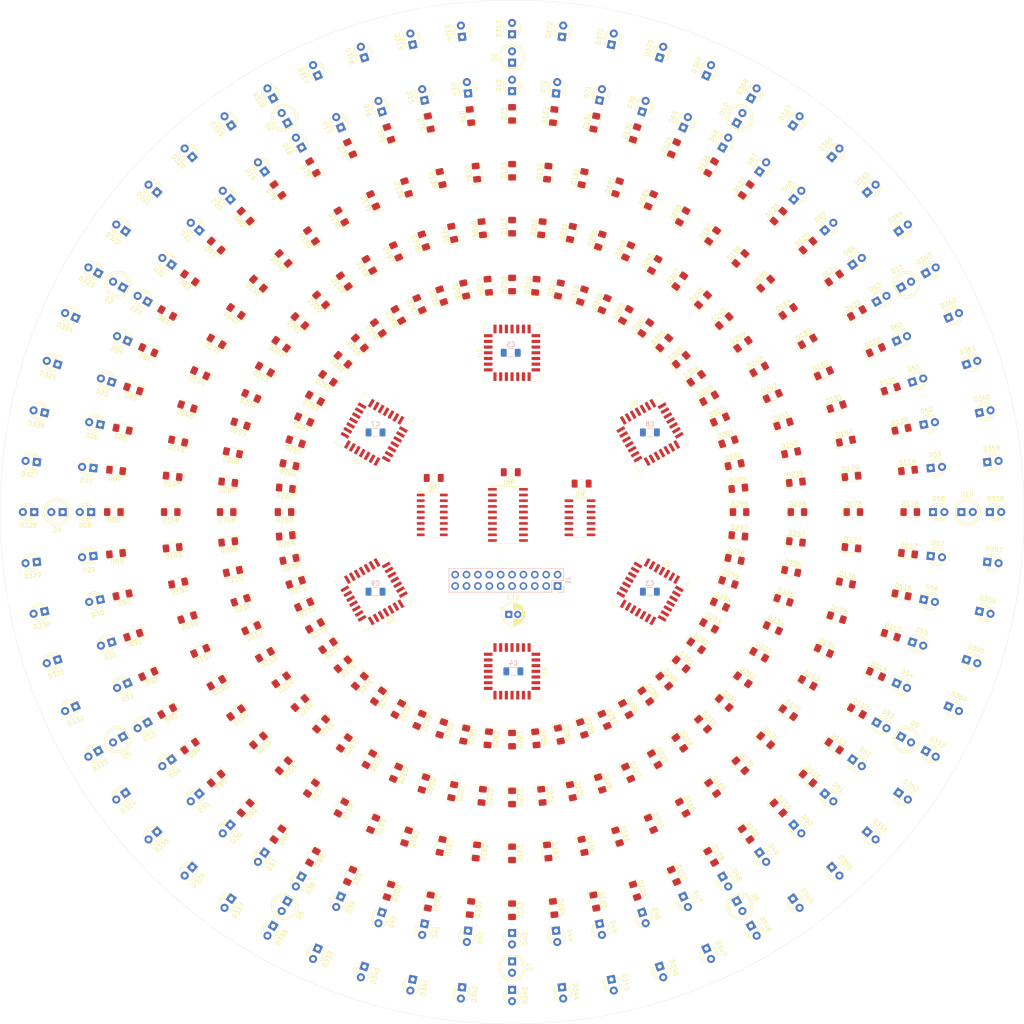
<source format=kicad_pcb>
(kicad_pcb (version 20241229) (generator "pcbnew") (generator_version "9.0")
  (layers (0 "F.Cu" signal) (4 "In1.Cu" signal) (6 "In2.Cu" signal) (2 "B.Cu" signal) (13 "F.Paste" user) (15 "B.Paste" user) (5 "F.SilkS" user "F.Silkscreen") (7 "B.SilkS" user "B.Silkscreen") (1 "F.Mask" user) (3 "B.Mask" user) (25 "Edge.Cuts" user))
  (net 0 "")
  (net 1 "Net-(J1-Pin_6)")
  (net 2 "GND")
  (net 3 "Net-(J1-Pin_14)")
  (net 4 "Net-(J1-Pin_9)")
  (net 5 "Net-(J1-Pin_16)")
  (net 6 "Net-(J1-Pin_7)")
  (net 7 "Net-(J1-Pin_8)")
  (net 8 "/A0")
  (net 9 "Net-(J1-Pin_12)")
  (net 10 "Net-(J1-Pin_15)")
  (net 11 "Net-(J1-Pin_13)")
  (net 12 "/~{WR}")
  (net 13 "/A2")
  (net 14 "/R5_X0")
  (net 15 "/R5_Y0")
  (net 16 "/R5_X1")
  (net 17 "/R5_X2")
  (net 18 "/R5_X3")
  (net 19 "/R5_X4")
  (net 20 "/R5_X5")
  (net 21 "/R5_X6")
  (net 22 "/R5_X7")
  (net 23 "/R5_Y1")
  (net 24 "/R5_Y2")
  (net 25 "/R5_Y3")
  (net 26 "/R5_Y4")
  (net 27 "/R5_Y5")
  (net 28 "/R5_Y6")
  (net 29 "/R5_Y7")
  (net 30 "/R4_Y0")
  (net 31 "/R4_X0")
  (net 32 "/R4_X1")
  (net 33 "/R4_X2")
  (net 34 "/R4_X3")
  (net 35 "/R4_X4")
  (net 36 "/R4_X5")
  (net 37 "/R4_X6")
  (net 38 "/R4_X7")
  (net 39 "/R4_Y1")
  (net 40 "/R4_Y2")
  (net 41 "/R4_Y3")
  (net 42 "/R4_Y4")
  (net 43 "/R4_Y5")
  (net 44 "/R4_Y6")
  (net 45 "/R4_Y7")
  (net 46 "/R3_Y0")
  (net 47 "/R3_X0")
  (net 48 "/R3_X1")
  (net 49 "/R3_X2")
  (net 50 "/R3_X3")
  (net 51 "/R3_X4")
  (net 52 "/R3_X5")
  (net 53 "/R3_X6")
  (net 54 "/R3_X7")
  (net 55 "/R3_Y1")
  (net 56 "/R3_Y2")
  (net 57 "/R3_Y3")
  (net 58 "/R3_Y4")
  (net 59 "/R3_Y5")
  (net 60 "/R3_Y6")
  (net 61 "/R3_Y7")
  (net 62 "/R2_X0")
  (net 63 "/R2_Y0")
  (net 64 "/R2_X1")
  (net 65 "/R2_X2")
  (net 66 "/R2_X3")
  (net 67 "/R2_X4")
  (net 68 "/R2_X5")
  (net 69 "/R2_X6")
  (net 70 "/R2_X7")
  (net 71 "/R2_Y1")
  (net 72 "/R2_Y2")
  (net 73 "/R2_Y3")
  (net 74 "/R2_Y4")
  (net 75 "/R2_Y5")
  (net 76 "/R2_Y6")
  (net 77 "/R2_Y7")
  (net 78 "/R1_Y0")
  (net 79 "/R1_X0")
  (net 80 "/R1_X1")
  (net 81 "/R1_X2")
  (net 82 "/R1_X3")
  (net 83 "/R1_X4")
  (net 84 "/R1_X5")
  (net 85 "/R1_X6")
  (net 86 "/R1_X7")
  (net 87 "/R1_Y1")
  (net 88 "/R1_Y2")
  (net 89 "/R1_Y3")
  (net 90 "/R1_Y4")
  (net 91 "/R1_Y5")
  (net 92 "/R1_Y6")
  (net 93 "/R1_Y7")
  (net 94 "VCC")
  (net 95 "/A1")
  (net 96 "/D4")
  (net 97 "/D1")
  (net 98 "/D7")
  (net 99 "/MODE")
  (net 100 "/D5")
  (net 101 "/D3")
  (net 102 "/D0")
  (net 103 "/D6")
  (net 104 "/~{RING7}")
  (net 105 "/D2")
  (net 106 "/~{RING5}")
  (net 107 "/~{RING4}")
  (net 108 "/~{RING3}")
  (net 109 "/~{RING2}")
  (net 110 "/~{RING1}")
  (net 113 "/R7_Y0")
  (net 114 "/R7_X0")
  (net 115 "/R7_X1")
  (net 116 "/R7_X2")
  (net 117 "/R7_X3")
  (net 118 "/R7_X4")
  (net 119 "/R7_X5")
  (net 120 "/R7_X6")
  (net 121 "/R7_X7")
  (net 122 "/R7_Y1")
  (net 123 "/R7_Y2")
  (net 124 "/R7_Y3")
  (net 125 "/R7_Y4")
  (net 126 "/R7_Y5")
  (net 127 "/R7_Y6")
  (net 128 "/R7_Y7")
  (footprint "LED_THT:LED_D3.0mm" (layer "F.Cu") (at 234.460459 269.726312 -102)
    (property "Reference" "D41")
    (property "Value" "LED")
  )
  (footprint "LED_SMD:LED_1206_3216Metric_Pad1.42x1.75mm_HandSolder" (layer "F.Cu") (at 222.14125 122.619026 120)
    (property "Reference" "D198")
    (property "Value" "LED")
  )
  (footprint "LED_SMD:LED_1206_3216Metric_Pad1.42x1.75mm_HandSolder" (layer "F.Cu") (at 197.372364 228.787752 -138)
    (property "Reference" "D155")
    (property "Value" "LED")
  )
  (footprint "LED_THT:LED_D3.0mm" (layer "F.Cu") (at 172.610933 130.81 150)
    (property "Reference" "D23")
    (property "Value" "LED")
  )
  (footprint "LED_SMD:LED_1206_3216Metric_Pad1.42x1.75mm_HandSolder" (layer "F.Cu") (at 182.078389 230.054109 -144)
    (property "Reference" "D94")
    (property "Value" "LED")
  )
  (footprint "LED_THT:LED_D3.0mm" (layer "F.Cu") (at 292.22511 263.655002 -66)
    (property "Reference" "D47")
    (property "Value" "LED")
  )
  (footprint "LED_SMD:LED_1206_3216Metric_Pad1.42x1.75mm_HandSolder" (layer "F.Cu") (at 296.635329 225.15133 -48)
    (property "Reference" "D230")
    (property "Value" "LED")
  )
  (footprint "LED_SMD:LED_1206_3216Metric_Pad1.42x1.75mm_HandSolder" (layer "F.Cu") (at 329.782568 185.765069 -6)
    (property "Reference" "D177")
    (property "Value" "LED")
  )
  (footprint "LED_SMD:LED_1206_3216Metric_Pad1.42x1.75mm_HandSolder" (layer "F.Cu") (at 310.627636 228.787752 -42)
    (property "Reference" "D171")
    (property "Value" "LED")
  )
  (footprint "LED_THT:LED_D3.0mm" (layer "F.Cu") (at 330.031417 233.040058 -36)
    (property "Reference" "D52")
    (property "Value" "LED")
  )
  (footprint "LED_SMD:LED_1206_3216Metric_Pad1.42x1.75mm_HandSolder" (layer "F.Cu") (at 220.008165 140.048243 132)
    (property "Reference" "D260")
    (property "Value" "LED")
  )
  (footprint "LED_SMD:LED_1206_3216Metric_Pad1.42x1.75mm_HandSolder" (layer "F.Cu") (at 211.364671 130.44867 132)
    (property "Reference" "D200")
    (property "Value" "LED")
  )
  (footprint "LED_SMD:LED_1206_3216Metric_Pad1.42x1.75mm_HandSolder" (layer "F.Cu") (at 169.451076 150.328389 162)
    (property "Reference" "D85")
    (property "Value" "LED")
  )
  (footprint "LED_SMD:LED_1206_3216Metric_Pad1.42x1.75mm_HandSolder" (layer "F.Cu") (at 295.098063 207.659491 -36)
    (property "Reference" "D292")
    (property "Value" "LED")
  )
  (footprint "LED_SMD:LED_1206_3216Metric_Pad1.42x1.75mm_HandSolder" (layer "F.Cu") (at 201.745891 249.721611 -126)
    (property "Reference" "D97")
    (property "Value" "LED")
  )
  (footprint "LED_THT:LED_D3.0mm" (layer "F.Cu") (at 309.240058 101.768583 54)
    (property "Reference" "D67")
    (property "Value" "LED")
  )
  (footprint "LED_THT:LED_D3.0mm" (layer "F.Cu") (at 333.27869 106.417147 42)
    (property "Reference" "D365")
    (property "Value" "LED")
  )
  (footprint "LED_THT:LED_D3.0mm" (layer "F.Cu") (at 273.539541 85.873688 78)
    (property "Reference" "D71")
    (property "Value" "LED")
  )
  (footprint "LED_SMD:LED_1206_3216Metric_Pad1.42x1.75mm_HandSolder" (layer "F.Cu") (at 260.660292 241.168449 -84)
    (property "Reference" "D224")
    (property "Value" "LED")
  )
  (footprint "LED_SMD:LED_1206_3216Metric_Pad1.42x1.75mm_HandSolder" (layer "F.Cu") (at 317.368449 171.139708 6)
    (property "Reference" "D239")
    (property "Value" "LED")
  )
  (footprint "LED_SMD:LED_1206_3216Metric_Pad1.42x1.75mm_HandSolder" (layer "F.Cu") (at 228.6 221.794091 -120)
    (property "Reference" "D278")
    (property "Value" "LED")
  )
  (footprint "LED_SMD:LED_1206_3216Metric_Pad1.42x1.75mm_HandSolder" (layer "F.Cu") (at 274.662221 131.391891 66)
    (property "Reference" "D309")
    (property "Value" "LED")
  )
  (footprint "LED_SMD:LED_1206_3216Metric_Pad1.42x1.75mm_HandSolder" (layer "F.Cu") (at 202.45146 215.252207 -144)
    (property "Reference" "D214")
    (property "Value" "LED")
  )
  (footprint "LED_SMD:LED_1206_3216Metric_Pad1.42x1.75mm_HandSolder" (layer "F.Cu") (at 244.70742 266.212996 -96)
    (property "Reference" "D102")
    (property "Value" "LED")
  )
  (footprint "LED_SMD:LED_1206_3216Metric_Pad1.42x1.75mm_HandSolder" (layer "F.Cu") (at 188.008864 215.9 -150)
    (property "Reference" "D153")
    (property "Value" "LED")
  )
  (footprint "LED_SMD:LED_1206_3216Metric_Pad1.42x1.75mm_HandSolder" (layer "F.Cu") (at 169.451076 205.271611 -162)
    (property "Reference" "D91")
    (property "Value" "LED")
  )
  (footprint "LED_THT:LED_D3.0mm" (layer "F.Cu") (at 167.694067 115.095069 144)
    (property "Reference" "D322")
    (property "Value" "LED")
  )
  (footprint "LED_THT:LED_D3.0mm" (layer "F.Cu") (at 156.542971 221.190665 -156)
    (property "Reference" "D332")
    (property "Value" "LED")
  )
  (footprint "LED_THT:LED_D3.0mm" (layer "F.Cu") (at 335.389067 130.81 30)
    (property "Reference" "D63")
    (property "Value" "LED")
  )
  (footprint "LED_THT:LED_D3.0mm" (layer "F.Cu") (at 263.823585 84.334832 84)
    (property "Reference" "D72")
    (property "Value" "LED")
  )
  (footprint "LED_SMD:LED_1206_3216Metric_Pad1.42x1.75mm_HandSolder" (layer "F.Cu") (at 233.337779 131.391891 114)
    (property "Reference" "D257")
    (property "Value" "LED")
  )
  (footprint "LED_THT:LED_D3.0mm" (layer "F.Cu") (at 283.041417 88.419709 72)
    (property "Reference" "D70")
    (property "Value" "LED")
  )
  (footprint "LED_SMD:LED_1206_3216Metric_Pad1.42x1.75mm_HandSolder" (layer "F.Cu") (at 291.452207 229.34854 -54)
    (property "Reference" "D229")
    (property "Value" "LED")
  )
  (footprint "LED_SMD:LED_1206_3216Metric_Pad1.42x1.75mm_HandSolder" (layer "F.Cu") (at 284.993332 247.412164 -66)
    (property "Reference" "D167")
    (property "Value" "LED")
  )
  (footprint "LED_THT:LED_D3.0mm" (layer "F.Cu") (at 323.840751 240.684894 -42)
    (property "Reference" "D51")
    (property "Value" "LED")
  )
  (footprint "LED_THT:LED_D3.0mm" (layer "F.Cu") (at 300.99 96.410933 60)
    (property "Reference" "D68")
    (property "Value" "LED")
  )
  (footprint "LED_SMD:LED_1206_3216Metric_Pad1.42x1.75mm_HandSolder" (layer "F.Cu") (at 279.916242 236.008833 -66)
    (property "Reference" "D227")
    (property "Value" "LED")
  )
  (footprint "LED_SMD:LED_1206_3216Metric_Pad1.42x1.75mm_HandSolder" (layer "F.Cu") (at 310.627636 126.812248 42)
    (property "Reference" "D185")
    (property "Value" "LED")
  )
  (footprint "LED_THT:LED_D3.0mm" (layer "F.Cu") (at 191.295069 264.105933 -126)
    (property "Reference" "D337")
    (property "Value" "LED")
  )
  (footprint "LED_SMD:LED_1206_3216Metric_Pad1.42x1.75mm_HandSolder" (layer "F.Cu") (at 309.180974 145.94125 30)
    (property "Reference" "D243")
    (property "Value" "LED")
  )
  (footprint "LED_SMD:LED_1206_3216Metric_Pad1.42x1.75mm_HandSolder" (layer "F.Cu") (at 217.841112 96.585809 114)
    (property "Reference" "D77")
    (property "Value" "LED")
  )
  (footprint "LED_THT:LED_D3.0mm" (layer "F.Cu") (at 224.958583 88.419709 108)
    (property "Reference" "D16")
    (property "Value" "LED")
  )
  (footprint "LED_THT:LED_D3.0mm" (layer "F.Cu") (at 325.382853 257.07869 -48)
    (property "Reference" "D350")
    (property "Value" "LED")
  )
  (footprint "LED_THT:LED_D3.0mm" (layer "F.Cu") (at 207.01 259.189067 -120)
    (property "Reference" "D38")
    (property "Value" "LED")
  )
  (footprint "LED_THT:LED_D5.0mm" (layer "F.Cu") (at 254 278.125 -90)
    (property "Reference" "D7")
    (property "Value" "LED")
  )
  (footprint "LED_THT:LED_D3.0mm" (layer "F.Cu") (at 360.68 177.8)
    (property "Reference" "D358")
    (property "Value" "LED")
  )
  (footprint "LED_SMD:LED_1206_3216Metric_Pad1.42x1.75mm_HandSolder" (layer "F.Cu") (at 320.065575 118.314289 42)
    (property "Reference" "D125")
    (property "Value" "LED")
  )
  (footprint "LED_THT:LED_D3.0mm" (layer "F.Cu") (at 191.115106 247.640751 -132)
    (property "Reference" "D36")
    (property "Value" "LED")
  )
  (footprint "LED_SMD:LED_1206_3216Metric_Pad1.42x1.75mm_HandSolder" (layer "F.Cu") (at 234.31021 117.201056 108)
    (property "Reference" "D196")
    (property "Value" "LED")
  )
  (footprint "LED_THT:LED_D3.0mm" (layer "F.Cu") (at 224.958583 267.180291 -108)
    (property "Reference" "D40")
    (property "Value" "LED")
  )
  (footprint "LED_SMD:LED_1206_3216Metric_Pad1.42x1.75mm_HandSolder" (layer "F.Cu") (at 315.647095 133.010764 36)
    (property "Reference" "D184")
    (property "Value" "LED")
  )
  (footprint "LED_SMD:LED_1206_3216Metric_Pad1.42x1.75mm_HandSolder" (layer "F.Cu") (at 263.29258 266.212996 -84)
    (property "Reference" "D104")
    (property "Value" "LED")
  )
  (footprint "LED_THT:LED_D3.0mm" (layer "F.Cu") (at 307.34 85.41241 60)
    (property "Reference" "D368")
    (property "Value" "LED")
  )
  (footprint "LED_SMD:LED_1206_3216Metric_Pad1.42x1.75mm_HandSolder" (layer "F.Cu") (at 326.470507 201.347095 -18)
    (property "Reference" "D175")
    (property "Value" "LED")
  )
  (footprint "LED_SMD:LED_1206_3216Metric_Pad1.42x1.75mm_HandSolder" (layer "F.Cu") (at 281.471611 262.348924 -72)
    (property "Reference" "D106")
    (property "Value" "LED")
  )
  (footprint "LED_THT:LED_D3.0mm" (layer "F.Cu") (at 339.855002 139.57489 24)
    (property "Reference" "D62")
    (property "Value" "LED")
  )
  (footprint "LED_THT:LED_D3.0mm" (layer "F.Cu") (at 286.965933 76.341291 72)
    (property "Reference" "D370")
    (property "Value" "LED")
  )
  (footprint "LED_SMD:LED_1206_3216Metric_Pad1.42x1.75mm_HandSolder" (layer "F.Cu") (at 306.254109 249.721611 -54)
    (property "Reference" "D109")
    (property "Value" "LED")
  )
  (footprint "LED_THT:LED_D3.0mm" (layer "F.Cu") (at 174.72131 249.182853 -138)
    (property "Reference" "D335")
    (property "Value" "LED")
  )
  (footprint "LED_THT:LED_D3.0mm" (layer "F.Cu") (at 191.115106 107.959249 132)
    (property "Reference" "D20")
    (property "Value" "LED")
  )
  (footprint "LED_SMD:LED_1206_3216Metric_Pad1.42x1.75mm_HandSolder" (layer "F.Cu") (at 342.412996 168.50742 6)
    (property "Reference" "D119")
    (property "Value" "LED")
  )
  (footprint "LED_THT:LED_D5.0mm" (layer "F.Cu") (at 167.116001 227.9625 -150)
    (property "Reference" "D5")
    (property "Value" "LED")
  )
  (footprint "LED_SMD:LED_1206_3216Metric_Pad1.42x1.75mm_HandSolder" (layer "F.Cu") (at 263.29258 89.387004 84)
    (property "Reference" "D132")
    (property "Value" "LED")
  )
  (footprint "LED_SMD:LED_1206_3216Metric_Pad1.42x1.75mm_HandSolder" (layer "F.Cu") (at 312.208833 203.716242 -24)
    (property "Reference" "D234")
    (property "Value" "LED")
  )
  (footprint "LED_SMD:LED_1206_3216Metric_Pad1.42x1.75mm_HandSolder" (layer "F.Cu") (at 281.471611 93.251076 72)
    (property "Reference" "D130")
    (property "Value" "LED")
  )
  (footprint "LED_THT:LED_D3.0mm" (layer "F.Cu") (at 161.61241 124.46 150)
    (property "Reference" "D323")
    (property "Value" "LED")
  )
  (footprint "LED_SMD:LED_1206_3216Metric_Pad1.42x1.75mm_HandSolder" (layer "F.Cu") (at 279.916242 119.591167 66)
    (property "Reference" "D249")
    (property "Value" "LED")
  )
  (footprint "LED_SMD:LED_1206_3216Metric_Pad1.42x1.75mm_HandSolder" (layer "F.Cu") (at 261.965069 102.017432 84)
    (property "Reference" "D192")
    (property "Value" "LED")
  )
  (footprint "LED_SMD:LED_1206_3216Metric_Pad1.42x1.75mm_HandSolder" (layer "F.Cu") (at 254 266.7 -90)
    (property "Reference" "D103")
    (property "Value" "LED")
  )
  (footprint "LED_THT:LED_D3.0mm" (layer "F.Cu") (at 234.460459 85.873688 102)
    (property "Reference" "D15")
    (property "Value" "LED")
  )
  (footprint "LED_THT:LED_D3.0mm" (layer "F.Cu") (at 351.457029 134.409335 24)
    (property "Reference" "D362")
    (property "Value" "LED")
  )
  (footprint "LED_SMD:LED_1206_3216Metric_Pad1.42x1.75mm_HandSolder" (layer "F.Cu") (at 230.452905 105.329493 108)
    (property "Reference" "D136")
    (property "Value" "LED")
  )
  (footprint "LED_SMD:LED_1206_3216Metric_Pad1.42x1.75mm_HandSolder" (layer "F.Cu") (at 182.078389 125.545891 144)
    (property "Reference" "D82")
    (property "Value" "LED")
  )
  (footprint "LED_THT:LED_D3.0mm" (layer "F.Cu") (at 184.159249 114.915106 138)
    (property "Reference" "D21")
    (property "Value" "LED")
  )
  (footprint "LED_SMD:LED_1206_3216Metric_Pad1.42x1.75mm_HandSolder" (layer "F.Cu") (at 212.901937 207.659491 -144)
    (property "Reference" "D274")
    (property "Value" "LED")
  )
  (footprint "LED_SMD:LED_1206_3216Metric_Pad1.42x1.75mm_HandSolder" (layer "F.Cu") (at 234.31021 238.398944 -108)
    (property "Reference" "D220")
    (property "Value" "LED")
  )
  (footprint "LED_SMD:LED_1206_3216Metric_Pad1.42x1.75mm_HandSolder" (layer "F.Cu") (at 215.9 243.791136 -120)
    (property "Reference" "D158")
    (property "Value" "LED")
  )
  (footprint "LED_SMD:LED_1206_3216Metric_Pad1.42x1.75mm_HandSolder" (layer "F.Cu") (at 198.819026 209.65875 -150)
    (property "Reference" "D213")
    (property "Value" "LED")
  )
  (footprint "LED_SMD:LED_1206_3216Metric_Pad1.42x1.75mm_HandSolder" (layer "F.Cu") (at 224.140509 136.701937 126)
    (property "Reference" "D259")
    (property "Value" "LED")
  )
  (footprint "LED_SMD:LED_1206_3216Metric_Pad1.42x1.75mm_HandSolder" (layer "F.Cu") (at 298.45 100.810342 60)
    (property "Reference" "D128")
    (property "Value" "LED")
  )
  (footprint "LED_THT:LED_D3.0mm" (layer "F.Cu") (at 162.073688 197.339541 -168)
    (property "Reference" "D30")
    (property "Value" "LED")
  )
  (footprint "LED_SMD:LED_1206_3216Metric_Pad1.42x1.75mm_HandSolder" (layer "F.Cu") (at 187.934425 118.314289 138)
    (property "Reference" "D81")
    (property "Value" "LED")
  )
  (footprint "LED_SMD:LED_1206_3216Metric_Pad1.42x1.75mm_HandSolder" (layer "F.Cu") (at 201.745891 105.878389 126)
    (property "Reference" "D79")
    (property "Value" "LED")
  )
  (footprint "LED_SMD:LED_1206_3216Metric_Pad1.42x1.75mm_HandSolder" (layer "F.Cu") (at 259.310046 127.278288 84)
    (property "Reference" "D312")
    (property "Value" "LED")
  )
  (footprint "LED_SMD:LED_1206_3216Metric_Pad1.42x1.75mm_HandSolder" (layer "F.Cu") (at 210.005909 203.2 -150)
    (property "Reference" "D273")
    (property "Value" "LED")
  )
  (footprint "LED_SMD:LED_1206_3216Metric_Pad1.42x1.75mm_HandSolder" (layer "F.Cu") (at 203.012248 121.172364 132)
    (property "Reference" "D140")
    (property "Value" "LED")
  )
  (footprint "LED_SMD:LED_1206_3216Metric_Pad1.42x1.75mm_HandSolder" (layer "F.Cu") (at 165.587004 187.09258 -174)
    (property "Reference" "D89")
    (property "Value" "LED")
  )
  (footprint "LED_SMD:LED_1206_3216Metric_Pad1.42x1.75mm_HandSolder" (layer "F.Cu") (at 203.012248 234.427636 -132)
    (property "Reference" "D156")
    (property "Value" "LED")
  )
  (footprint "LED_SMD:LED_1206_3216Metric_Pad1.42x1.75mm_HandSolder" (layer "F.Cu") (at 195.791167 203.716242 -156)
    (property "Reference" "D212")
    (property "Value" "LED")
  )
  (footprint "LED_SMD:LED_1206_3216Metric_Pad1.42x1.75mm_HandSolder" (layer "F.Cu") (at 279.4 221.794091 -60)
    (property "Reference" "D288")
    (property "Value" "LED")
  )
  (footprint "LED_THT:LED_D3.0mm" (layer "F.Cu") (at 263.823585 271.265168 -84)
    (property "Reference" "D44")
    (property "Value" "LED")
  )
  (footprint "LED_SMD:LED_1206_3216Metric_Pad1.42x1.75mm_HandSolder" (layer "F.Cu") (at 291.452207 126.25146 54)
    (property "Reference" "D247")
    (property "Value" "LED")
  )
  (footprint "LED_SMD:LED_1206_3216Metric_Pad1.42x1.75mm_HandSolder" (layer "F.Cu") (at 290.158888 259.014191 -66)
    (property "Reference" "D107")
    (property "Value" "LED")
  )
  (footprint "LED_THT:LED_D3.0mm" (layer "F.Cu") (at 325.382853 98.52131 48)
    (property "Reference" "D366")
    (property "Value" "LED")
  )
  (footprint "LED_SMD:LED_1206_3216Metric_Pad1.42x1.75mm_HandSolder" (layer "F.Cu") (at 165.1 177.8 180)
    (property "Reference" "D88")
    (property "Value" "LED")
  )
  (footprint "LED_SMD:LED_1206_3216Metric_Pad1.42x1.75mm_HandSolder" (layer "F.Cu") (at 291.751757 211.791835 -42)
    (property "Reference" "D291")
    (property "Value" "LED")
  )
  (footprint "LED_SMD:LED_1206_3216Metric_Pad1.42x1.75mm_HandSolder" (layer "F.Cu") (at 330.989658 222.25 -30)
    (property "Reference" "D113")
    (property "Value" "LED")
  )
  (footprint "LED_SMD:LED_1206_3216Metric_Pad1.42x1.75mm_HandSolder" (layer "F.Cu") (at 181.529493 201.347095 -162)
    (property "Reference" "D151")
    (property "Value" "LED")
  )
  (footprint "LED_THT:LED_D3.0mm" (layer "F.Cu") (at 345.926312 197.339541 -12)
    (property "Reference" "D56")
    (property "Value" "LED")
  )
  (footprint "LED_SMD:LED_1206_3216Metric_Pad1.42x1.75mm_HandSolder" (layer "F.Cu") (at 261.965069 253.582568 -84)
    (property "Reference" "D164")
    (property "Value" "LED")
  )
  (footprint "LED_THT:LED_D3.0mm" (layer "F.Cu") (at 292.22511 91.944998 66)
    (property "Reference" "D69")
    (property "Value" "LED")
  )
  (footprint "Capacitor_SMD:C_1206_3216Metric_Pad1.33x1.80mm_HandSolder" (layer "F.Cu") (at 253.7175 168.91 180)
    (property "Reference" "C6")
    (property "Value" "0.1uF")
  )
  (footprint "LED_THT:LED_D3.0mm" (layer "F.Cu") (at 283.041417 267.180291 -72)
    (property "Reference" "D46")
    (property "Value" "LED")
  )
  (footprint "LED_SMD:LED_1206_3216Metric_Pad1.42x1.75mm_HandSolder" (layer "F.Cu") (at 292.1 111.808864 60)
    (property "Reference" "D188")
    (property "Value" "LED")
  )
  (footprint "LED_THT:LED_D3.0mm" (layer "F.Cu") (at 156.542971 134.409335 156)
    (property "Reference" "D324")
    (property "Value" "LED")
  )
  (footprint "LED_SMD:LED_1206_3216Metric_Pad1.42x1.75mm_HandSolder" (layer "F.Cu") (at 246.034931 102.017432 96)
    (property "Reference" "D134")
    (property "Value" "LED")
  )
  (footprint "LED_SMD:LED_1206_3216Metric_Pad1.42x1.75mm_HandSolder" (layer "F.Cu") (at 300.408109 157.137779 24)
    (property "Reference" "D302")
    (property "Value" "LED")
  )
  (footprint "LED_SMD:LED_1206_3216Metric_Pad1.42x1.75mm_HandSolder" (layer "F.Cu") (at 292.1 243.791136 -60)
    (property "Reference" "D168")
    (property "Value" "LED")
  )
  (footprint "LED_SMD:LED_1206_3216Metric_Pad1.42x1.75mm_HandSolder" (layer "F.Cu") (at 302.313671 193.498063 -18)
    (property "Reference" "D295")
    (property "Value" "LED")
  )
  (footprint "LED_THT:LED_D3.0mm" (layer "F.Cu") (at 242.848904 71.704404 96)
    (property "Reference" "D314")
    (property "Value" "LED")
  )
  (footprint "LED_SMD:LED_1206_3216Metric_Pad1.42x1.75mm_HandSolder" (layer "F.Cu") (at 296.635329 130.44867 48)
    (property "Reference" "D246")
    (property "Value" "LED")
  )
  (footprint "LED_SMD:LED_1206_3216Metric_Pad1.42x1.75mm_HandSolder" (layer "F.Cu") (at 300.408109 198.462221 -24)
    (property "Reference" "D294")
    (property "Value" "LED")
  )
  (footprint "LED_THT:LED_D3.0mm" (layer "F.Cu") (at 182.617147 257.07869 -132)
    (property "Reference" "D336")
    (property "Value" "LED")
  )
  (footprint "LED_THT:LED_D3.0mm" (layer "F.Cu") (at 215.77489 263.655002 -114)
    (property "Reference" "D39")
    (property "Value" "LED")
  )
  (footprint "LED_SMD:LED_1206_3216Metric_Pad1.42x1.75mm_HandSolder" (layer "F.Cu") (at 273.68979 117.201056 72)
    (property "Reference" "D250")
    (property "Value" "LED")
  )
  (footprint "LED_THT:LED_D3.0mm" (layer "F.Cu") (at 300.99 259.189067 -60)
    (property "Reference" "D48")
    (property "Value" "LED")
  )
  (footprint "LED_SMD:LED_1206_3216Metric_Pad1.42x1.75mm_HandSolder" (layer "F.Cu") (at 215.9 111.808864 120)
    (property "Reference" "D138")
    (property "Value" "LED")
  )
  (footprint "LED_THT:LED_D3.0mm" (layer "F.Cu") (at 339.855002 216.02511 -24)
    (property "Reference" "D54")
    (property "Value" "LED")
  )
  (footprint "LED_THT:LED_D3.0mm" (layer "F.Cu") (at 221.034067 279.258709 -108)
    (property "Reference" "D340")
    (property "Value" "LED")
  )
  (footprint "LED_SMD:LED_1206_3216Metric_Pad1.42x1.75mm_HandSolder" (layer "F.Cu") (at 247.339708 114.431551 96)
    (property "Reference" "D194")
    (property "Value" "LED")
  )
  (footprint "LED_THT:LED_D5.0mm" (layer "F.Cu") (at 340.883999 227.9625 -30)
    (property "Reference" "D9")
    (property "Value" "LED")
  )
  (footprint "LED_SMD:LED_1206_3216Metric_Pad1.42x1.75mm_HandSolder" (layer "F.Cu") (at 243.438086 128.110102 102)
    (property "Reference" "D255")
    (property "Value" "LED")
  )
  (footprint "LED_THT:LED_D3.0mm" (layer "F.Cu") (at 347.98 177.8)
    (property "Reference" "D58")
    (property "Value" "LED")
  )
  (footprint "LED_SMD:LED_1206_3216Metric_Pad1.42x1.75mm_HandSolder" (layer "F.Cu") (at 340.957322 196.283349 -12)
    (property "Reference" "D116")
    (property "Value" "LED")
  )
  (footprint "LED_SMD:LED_1206_3216Metric_Pad1.42x1.75mm_HandSolder" (layer "F.Cu") (at 254 228.6 -90)
    (property "Reference" "D283")
    (property "Value" "LED")
  )
  (footprint "LED_SMD:LED_1206_3216Metric_Pad1.42x1.75mm_HandSolder" (layer "F.Cu") (at 309.180974 209.65875 -30)
    (property "Reference" "D233")
    (property "Value" "LED")
  )
  (footprint "LED_SMD:LED_1206_3216Metric_Pad1.42x1.75mm_HandSolder" (layer "F.Cu") (at 167.042678 196.283349 -168)
    (property "Reference" "D90")
    (property "Value" "LED")
  )
  (footprint "LED_SMD:LED_1206_3216Metric_Pad1.42x1.75mm_HandSolder" (layer "F.Cu") (at 207.591891 198.462221 -156)
    (property "Reference" "D272")
    (property "Value" "LED")
  )
  (footprint "LED_SMD:LED_1206_3216Metric_Pad1.42x1.75mm_HandSolder" (layer "F.Cu") (at 338.548924 205.271611 -18)
    (property "Reference" "D115")
    (property "Value" "LED")
  )
  (footprint "LED_THT:LED_D3.0mm" (layer "F.Cu") (at 221.034067 76.341291 108)
    (property "Reference" "D316")
    (property "Value" "LED")
  )
  (footprint "LED_THT:LED_D3.0mm" (layer "F.Cu") (at 147.32 177.8 180)
    (property "Reference" "D328")
    (property "Value" "LED")
  )
  (footprint "LED_THT:LED_D3.0mm" (layer "F.Cu") (at 210.609335 275.257029 -114)
    (property "Reference" "D339")
    (property "Value" "LED")
  )
  (footprint "LED_SMD:LED_1206_3216Metric_Pad1.42x1.75mm_HandSolder" (layer "F.Cu") (at 209.210764 116.152905 126)
    (property "Reference" "D139")
    (property "Value" "LED")
  )
  (footprint "LED_SMD:LED_1206_3216Metric_Pad1.42x1.75mm_HandSolder" (layer "F.Cu") (at 284.993332 108.187836 66)
    (property "Reference" "D189")
    (property "Value" "LED")
  )
  (footprint "LED_SMD:LED_1206_3216Metric_Pad1.42x1.75mm_HandSolder" (layer "F.Cu") (at 313.485711 111.734425 48)
    (property "Reference" "D126")
    (property "Value" "LED")
  )
  (footprint "LED_THT:LED_D3.0mm" (layer "F.Cu") (at 164.619709 206.841417 -162)
    (property "Reference" "D31")
    (property "Value" "LED")
  )
  (footprint "LED_SMD:LED_1206_3216Metric_Pad1.42x1.75mm_HandSolder" (layer "F.Cu") (at 207.591891 157.137779 156)
    (property "Reference" "D264")
    (property "Value" "LED")
  )
  (footprint "Package_SO:SO-14_3.9x8.65mm_P1.27mm" (layer "F.Cu") (at 269.175 179.07)
    (property "Reference" "U9")
    (property "Value" "74LS125")
  )
  (footprint "LED_SMD:LED_1206_3216Metric_Pad1.42x1.75mm_HandSolder" (layer "F.Cu") (at 223.006668 108.187836 114)
    (property "Reference" "D137")
    (property "Value" "LED")
  )
  (footprint "LED_THT:LED_D3.0mm" (layer "F.Cu") (at 200.66 270.18759 -120)
    (property "Reference" "D338")
    (property "Value" "LED")
  )
  (footprint "LED_THT:LED_D3.0mm" (layer "F.Cu") (at 343.380291 206.841417 -18)
    (property "Reference" "D55")
    (property "Value" "LED")
  )
  (footprint "LED_THT:LED_D3.0mm" (layer "F.Cu") (at 244.176415 271.265168 -96)
    (property "Reference" "D42")
    (property "Value" "LED")
  )
  (footprint "LED_THT:LED_D3.0mm" (layer "F.Cu") (at 200.66 85.41241 120)
    (property "Reference" "D318")
    (property "Value" "LED")
  )
  (footprint "LED_SMD:LED_1206_3216Metric_Pad1.42x1.75mm_HandSolder" (layer "F.Cu") (at 209.55 100.810342 120)
    (property "Reference" "D78")
    (property "Value" "LED")
  )
  (footprint "LED_SMD:LED_1206_3216Metric_Pad1.42x1.75mm_HandSolder" (layer "F.Cu") (at 274.662221 224.208109 -66)
    (property "Reference" "D287")
    (property "Value" "LED")
  )
  (footprint "LED_SMD:LED_1206_3216Metric_Pad1.42x1.75mm_HandSolder" (layer "F.Cu") (at 317.7175 177.8)
    (property "Reference" "D238")
    (property "Value" "LED")
  )
  (footprint "LED_THT:LED_D3.0mm" (layer "F.Cu") (at 160.534832 167.976415 174)
    (property "Reference" "D27")
    (property "Value" "LED")
  )
  (footprint "LED_SMD:LED_1206_3216Metric_Pad1.42x1.75mm_HandSolder" (layer "F.Cu") (at 277.547095 105.329493 72)
    (property "Reference" "D190")
    (property "Value" "LED")
  )
  (footprint "LED_SMD:LED_1206_3216Metric_Pad1.42x1.75mm_HandSolder" (layer "F.Cu") (at 326.470507 154.252905 18)
    (property "Reference" "D181")
    (property "Value" "LED")
  )
  (footprint "LED_THT:LED_D3.0mm" (layer "F.Cu") (at 297.390665 80.342971 66)
    (property "Reference" "D369")
    (property "Value" "LED")
  )
  (footprint "LED_THT:LED_D3.0mm" (layer "F.Cu") (at 307.34 270.18759 -60)
    (property "Reference" "D348")
    (property "Value" "LED")
  )
  (footprint "LED_THT:LED_D3.0mm" (layer "F.Cu") (at 340.305933 115.095069 36)
    (property "Reference" "D364")
    (property "Value" "LED")
  )
  (footprint "LED_SMD:LED_1206_3216Metric_Pad1.42x1.75mm_HandSolder" (layer "F.Cu") (at 264.561914 128.110102 78)
    (property "Reference" "D311")
    (property "Value" "LED")
  )
  (footprint "LED_SMD:LED_1206_3216Metric_Pad1.42x1.75mm_HandSolder" (layer "F.Cu") (at 202.45146 140.347793 144)
    (property "Reference" "D202")
    (property "Value" "LED")
  )
  (footprint "LED_SMD:LED_1206_3216Metric_Pad1.42x1.75mm_HandSolder" (layer "F.Cu") (at 217.841112 259.014191 -114)
    (property "Reference" "D99")
    (property "Value" "LED")
  )
  (footprint "LED_THT:LED_D3.0mm" (layer "F.Cu") (at 276.180019 73.451214 78)
    (property "Reference" "D371")
    (property "Value" "LED")
  )
  (footprint "LED_SMD:LED_1206_3216Metric_Pad1.42x1.75mm_HandSolder" (layer "F.Cu") (at 226.528389 93.251076 108)
    (property "Reference" "D76")
    (property "Value" "LED")
  )
  (footprint "LED_THT:LED_D3.0mm" (layer "F.Cu") (at 198.759942 101.768583 126)
    (property "Reference" "D19")
    (property "Value" "LED")
  )
  (footprint "LED_THT:LED_D3.0mm" (layer "F.Cu") (at 360.095596 166.648904 6)
    (property "Reference" "D359")
    (property "Value" "LED")
  )
  (footprint "LED_THT:LED_D3.0mm" (layer "F.Cu") (at 347.465168 167.976415 6)
    (property "Reference" "D59")
    (property "Value" "LED")
  )
  (footprint "Package_LCC:PLCC-28" (layer "F.Cu") (at 254 213.36 -90)
    (property "Reference" "U4")
    (property "Value" "ICM7218A")
  )
  (footprint "LED_SMD:LED_1206_3216Metric_Pad1.42x1.75mm_HandSolder" (layer "F.Cu") (at 243.438086 227.489898 -102)
    (property "Reference" "D281")
    (property "Value" "LED")
  )
  (footprint "LED_THT:LED_D3.0mm" (layer "F.Cu") (at 330.031417 122.559942 36)
    (property "Reference" "D64")
    (property "Value" "LED")
  )
  (footprint "LED_SMD:LED_1206_3216Metric_Pad1.42x1.75mm_HandSolder" (layer "F.Cu") (at 277.547095 250.270507 -72)
    (property "Reference" "D166")
    (property "Value" "LED")
  )
  (footprint "LED_SMD:LED_1206_3216Metric_Pad1.42x1.75mm_HandSolder" (layer "F.Cu") (at 228.083758 119.591167 114)
    (property "Reference" "D197")
    (property "Value" "LED")
  )
  (footprint "LED_SMD:LED_1206_3216Metric_Pad1.42x1.75mm_HandSolder" (layer "F.Cu") (at 216.248243 143.808165 138)
    (property "Reference" "D261")
    (property "Value" "LED")
  )
  (footprint "LED_SMD:LED_1206_3216Metric_Pad1.42x1.75mm_HandSolder" (layer "F.Cu") (at 301.35133 220.435329 -42)
    (property "Reference" "D231")
    (property "Value" "LED")
  )
  (footprint "LED_SMD:LED_1206_3216Metric_Pad1.42x1.75mm_HandSolder" (layer "F.Cu") (at 246.034931 253.582568 -96)
    (property "Reference" "D162")
    (property "Value" "LED")
  )
  (footprint "LED_SMD:LED_1206_3216Metric_Pad1.42x1.75mm_HandSolder" (layer "F.Cu") (at 304.987752 234.427636 -48)
    (property "Reference" "D170")
    (property "Value" "LED")
  )
  (footprint "LED_THT:LED_D3.0mm" (layer "F.Cu") (at 254 83.82 90)
    (property "Reference" "D13")
    (property "Value" "LED")
  )
  (footprint "LED_SMD:LED_1206_3216Metric_Pad1.42x1.75mm_HandSolder" (layer "F.Cu") (at 254 127 90)
    (property "Reference" "D253")
    (property "Value" "LED")
  )
  (footprint "LED_SMD:LED_1206_3216Metric_Pad1.42x1.75mm_HandSolder" (layer "F.Cu") (at 222.14125 232.980974 -120)
    (property "Reference" "D218")
    (property "Value" "LED")
  )
  (footprint "LED_SMD:LED_1206_3216Metric_Pad1.42x1.75mm_HandSolder" (layer "F.Cu") (at 181.529493 154.252905 162)
    (property "Reference" "D145")
    (property "Value" "LED")
  )
  (footprint "LED_SMD:LED_1206_3216Metric_Pad1.42x1.75mm_HandSolder" (layer "F.Cu") (at 192.352905 222.589236 -144)
    (property "Reference" "D154")
    (property "Value" "LED")
  )
  (footprint "LED_THT:LED_D3.0mm" (layer "F.Cu") (at 152.541291 210.765933 -162)
    (property "Reference" "D331")
    (property "Value" "LED")
  )
  (footprint "LED_SMD:LED_1206_3216Metric_Pad1.42x1.75mm_HandSolder" (layer "F.Cu") (at 238.301937 226.113671 -108)
    (property "Reference" "D280")
    (property "Value" "LED")
  )
  (footprint "LED_SMD:LED_1206_3216Metric_Pad1.42x1.75mm_HandSolder" (layer "F.Cu") (at 342.412996 187.09258 -6)
    (property "Reference" "D117")
    (property "Value" "LED")
  )
  (footprint "LED_THT:LED_D3.0mm" (layer "F.Cu") (at 174.72131 106.417147 138)
    (property "Reference" "D321")
    (property "Value" "LED")
  )
  (footprint "LED_SMD:LED_1206_3216Metric_Pad1.42x1.75mm_HandSolder" (layer "F.Cu") (at 228.6 133.805909 120)
    (property "Reference" "D258")
    (property "Value" "LED")
  )
  (footprint "LED_SMD:LED_1206_3216Metric_Pad1.42x1.75mm_HandSolder" (layer "F.Cu") (at 260.660292 114.431551 84)
    (property "Reference" "D252")
    (property "Value" "LED")
  )
  (footprint "LED_SMD:LED_1206_3216Metric_Pad1.42x1.75mm_HandSolder" (layer "F.Cu") (at 272.483349 264.757322 -78)
    (property "Reference" "D105")
    (property "Value" "LED")
  )
  (footprint "LED_SMD:LED_1206_3216Metric_Pad1.42x1.75mm_HandSolder" (layer "F.Cu") (at 195.791167 151.883758 156)
    (property "Reference" "D204")
    (property "Value" "LED")
  )
  (footprint "LED_SMD:LED_1206_3216Metric_Pad1.42x1.75mm_HandSolder" (layer "F.Cu") (at 224.140509 218.898063 -126)
    (property "Reference" "D277")
    (property "Value" "LED")
  )
  (footprint "LED_SMD:LED_1206_3216Metric_Pad1.42x1.75mm_HandSolder" (layer "F.Cu") (at 335.214191 141.641112 24)
    (property "Reference" "D122")
    (property "Value" "LED")
  )
  (footprint "LED_SMD:LED_1206_3216Metric_Pad1.42x1.75mm_HandSolder" (layer "F.Cu") (at 319.991136 139.7 30)
    (property "Reference" "D183")
    (property "Value" "LED")
  )
  (footprint "LED_SMD:LED_1206_3216Metric_Pad1.42x1.75mm_HandSolder" (layer "F.Cu") (at 216.547793 229.34854 -126)
    (property "Reference" "D217")
    (property "Value" "LED")
  )
  (footprint "LED_THT:LED_D3.0mm" (layer "F.Cu") (at 198.759942 253.831417 -126)
    (property "Reference" "D37")
    (property "Value" "LED")
  )
  (footprint "LED_SMD:LED_1206_3216Metric_Pad1.42x1.75mm_HandSolder" (layer "F.Cu") (at 230.452905 250.270507 -108)
    (property "Reference" "D160")
    (property "Value" "LED")
  )
  (footprint "LED_SMD:LED_1206_3216Metric_Pad1.42x1.75mm_HandSolder" (layer "F.Cu") (at 177.010342 222.25 -150)
    (property "Reference" "D93")
    (property "Value" "LED")
  )
  (footprint "LED_SMD:LED_1206_3216Metric_Pad1.42x1.75mm_HandSolder" (layer "F.Cu") (at 179.465153 193.642871 -168)
    (property "Reference" "D150")
    (property "Value" "LED")
  )
  (footprint "LED_SMD:LED_1206_3216Metric_Pad1.42x1.75mm_HandSolder" (layer "F.Cu") (at 259.310046 228.321712 -84)
    (property "Reference" "D284")
    (property "Value" "LED")
  )
  (footprint "LED_SMD:LED_1206_3216Metric_Pad1.42x1.75mm_HandSolder" (layer "F.Cu") (at 211.364671 225.15133 -132)
    (property "Reference" "D216")
    (property "Value" "LED")
  )
  (footprint "LED_THT:LED_D3.0mm" (layer "F.Cu") (at 168.144998 216.02511 -156)
    (property "Reference" "D32")
    (property "Value" "LED")
  )
  (footprint "LED_THT:LED_D3.0mm" (layer "F.Cu") (at 162.073688 158.260459 168)
    (property "Reference" "D26")
    (property "Value" "LED")
  )
  (footprint "LED_SMD:LED_1206_3216Metric_Pad1.42x1.75mm_HandSolder" (layer "F.Cu") (at 304.8 177.8)
    (property "Reference" "D298")
    (property "Value" "LED")
  )
  (footprint "LED_SMD:LED_1206_3216Metric_Pad1.42x1.75mm_HandSolder" (layer "F.Cu") (at 314.598944 197.48979 -18)
    (property "Reference" "D235")
    (property "Value" "LED")
  )
  (footprint "Package_LCC:PLCC-28" (layer "F.Cu") (at 223.204137 160.02 150)
    (property "Reference" "U2")
    (property "Value" "ICM7218A")
  )
  (footprint "LED_THT:LED_D3.0mm" (layer "F.Cu") (at 177.968583 122.559942 144)
    (property "Reference" "D22")
    (property "Value" "LED")
  )
  (footprint "Package_SO:SO-20_5.3x12.6mm_P1.27mm" (layer "F.Cu") (at 253.0775 178.435)
    (property "Reference" "U8")
    (property "Value" "74LS244")
  )
  (footprint "LED_SMD:LED_1206_3216Metric_Pad1.42x1.75mm_HandSolder" (layer "F.Cu") (at 325.921611 125.545891 36)
    (property "Reference" "D124")
    (property "Value" "LED")
  )
  (footprint "LED_THT:LED_D3.0mm" (layer "F.Cu") (at 358.348786 155.619981 12)
    (property "Reference" "D360")
    (property "Value" "LED")
  )
  (footprint "LED_SMD:LED_1206_3216Metric_Pad1.42x1.75mm_HandSolder" (layer "F.Cu") (at 325.921611 230.054109 -36)
    (property "Reference" "D112")
    (property "Value" "LED")
  )
  (footprint "LED_THT:LED_D3.0mm" (layer "F.Cu") (at 273.539541 269.726312 -78)
    (property "Reference" "D45")
    (property "Value" "LED")
  )
  (footprint "LED_THT:LED_D5.0mm" (layer "F.Cu") (at 153.675 177.8 180)
    (property "Reference" "D4")
    (property "Value" "LED")
  )
  (footprint "LED_SMD:LED_1206_3216Metric_Pad1.42x1.75mm_HandSolder" (layer "F.Cu") (at 312.208833 151.883758 24)
    (property "Reference" "D242")
    (property "Value" "LED")
  )
  (footprint "LED_SMD:LED_1206_3216Metric_Pad1.42x1.75mm_HandSolder" (layer "F.Cu") (at 254 254 -90)
    (property "Reference" "D163")
    (property "Value" "LED")
  )
  (footprint "LED_SMD:LED_1206_3216Metric_Pad1.42x1.75mm_HandSolder" (layer "F.Cu") (at 287.991835 215.551757 -48)
    (property "Reference" "D290")
    (property "Value" "LED")
  )
  (footprint "LED_SMD:LED_1206_3216Metric_Pad1.42x1.75mm_HandSolder" (layer "F.Cu") (at 298.45 254.789658 -60)
    (property "Reference" "D108")
    (property "Value" "LED")
  )
  (footprint "LED_SMD:LED_1206_3216Metric_Pad1.42x1.75mm_HandSolder" (layer "F.Cu") (at 269.698063 226.113671 -72)
    (property "Reference" "D286")
    (property "Value" "LED")
  )
  (footprint "LED_SMD:LED_1206_3216Metric_Pad1.42x1.75mm_HandSolder" (layer "F.Cu") (at 279.4 133.805909 60)
    (property "Reference" "D308")
    (property "Value" "LED")
  )
  (footprint "LED_THT:LED_D3.0mm" (layer "F.Cu") (at 168.144998 139.57489 156)
    (property "Reference" "D24")
    (property "Value" "LED")
  )
  (footprint "LED_SMD:LED_1206_3216Metric_Pad1.42x1.75mm_HandSolder" (layer "F.Cu") (at 315.647095 222.589236 -36)
    (property "Reference" "D172")
    (property "Value" "LED")
  )
  (footprint "LED_SMD:LED_1206_3216Metric_Pad1.42x1.75mm_HandSolder" (layer "F.Cu") (at 240.752387 240.12512 -102)
    (property "Reference" "D221")
    (property "Value" "LED")
  )
  (footprint "LED_THT:LED_D3.0mm" (layer "F.Cu") (at 265.151096 71.704404 84)
    (property "Reference" "D372")
    (property "Value" "LED")
  )
  (footprint "LED_THT:LED_D3.0mm" (layer "F.Cu") (at 276.180019 282.148786 -78)
    (property "Reference" "D345")
    (property "Value" "LED")
  )
  (footprint "LED_SMD:LED_1206_3216Metric_Pad1.42x1.75mm_HandSolder" (layer "F.Cu") (at 298.789236 116.152905 54)
    (property "Reference" "D187")
    (property "Value" "LED")
  )
  (footprint "LED_SMD:LED_1206_3216Metric_Pad1.42x1.75mm_HandSolder" (layer "F.Cu") (at 273.68979 238.398944 -72)
    (property "Reference" "D226")
    (property "Value" "LED")
  )
  (footprint "LED_THT:LED_D3.0mm" (layer "F.Cu") (at 347.465168 187.623585 -6)
    (property "Reference" "D57")
    (property "Value" "LED")
  )
  (footprint "LED_THT:LED_D3.0mm" (layer "F.Cu") (at 167.694067 240.504931 -144)
    (property "Reference" "D334")
    (property "Value" "LED")
  )
  (footprint "LED_SMD:LED_1206_3216Metric_Pad1.42x1.75mm_HandSolder" (layer "F.Cu") (at 193.401056 197.48979 -162)
    (property "Reference" "D211")
    (property "Value" "LED")
  )
  (footprint "LED_SMD:LED_1206_3216Metric_Pad1.42x1.75mm_HandSolder" (layer "F.Cu") (at 235.516651 264.757322 -102)
    (property "Reference" "D101")
    (property "Value" "LED")
  )
  (footprint "LED_THT:LED_D5.0mm" (layer "F.Cu") (at 354.325 177.8)
    (property "Reference" "D10")
    (property "Value" "LED")
  )
  (footprint "LED_SMD:LED_1206_3216Metric_Pad1.42x1.75mm_HandSolder" (layer "F.Cu") (at 283.859491 136.701937 54)
    (property "Reference" "D307")
    (property "Value" "LED")
  )
  (footprint "LED_SMD:LED_1206_3216Metric_Pad1.42x1.75mm_HandSolder" (layer "F.Cu") (at 203.478288 172.489954 174)
    (property "Reference" "D267")
    (property "Value" "LED")
  )
  (footprint "LED_THT:LED_D5.0mm" (layer "F.Cu") (at 304.1625 264.683999 -60)
    (property "Reference" "D8")
    (property "Value" "LED")
  )
  (footprint "LED_THT:LED_D3.0mm" (layer "F.Cu") (at 147.904404 188.951096 -174)
    (property "Reference" "D329")
    (property "Value" "LED")
  )
  (footprint "LED_SMD:LED_1206_3216Metric_Pad1.42x1.75mm_HandSolder" (layer "F.Cu") (at 179.465153 161.957129 168)
    (property "Reference" "D146")
    (property "Value" "LED")
  )
  (footprint "LED_SMD:LED_1206_3216Metric_Pad1.42x1.75mm_HandSolder" (layer "F.Cu") (at 287.991835 140.048243 48)
    (property "Reference" "D306")
    (property "Value" "LED")
  )
  (footprint "LED_SMD:LED_1206_3216Metric_Pad1.42x1.75mm_HandSolder" (layer "F.Cu") (at 328.534847 161.957129 12)
    (property "Reference" "D180")
    (property "Value" "LED")
  )
  (footprint "LED_THT:LED_D5.0mm" (layer "F.Cu") (at 304.1625 90.916001 60)
    (property "Reference" "D12")
    (property "Value" "LED")
  )
  (footprint "LED_SMD:LED_1206_3216Metric_Pad1.42x1.75mm_HandSolder" (layer "F.Cu") (at 205.686329 193.498063 -162)
    (property "Reference" "D271")
    (property "Value" "LED")
  )
  (footprint "LED_THT:LED_D3.0mm" (layer "F.Cu") (at 242.848904 283.895596 -96)
    (property "Reference" "D342")
    (property "Value" "LED")
  )
  (footprint "LED_THT:LED_D3.0mm" (layer "F.Cu") (at 191.295069 91.494067 126)
    (property "Reference" "D319")
    (property "Value" "LED")
  )
  (footprint "LED_SMD:LED_1206_3216Metric_Pad1.42x1.75mm_HandSolder" (layer "F.Cu") (at 178.217432 185.765069 -174)
    (property "Reference" "D149")
    (property "Value" "LED")
  )
  (footprint "LED_THT:LED_D3.0mm" (layer "F.Cu") (at 210.609335 80.342971 114)
    (property "Reference" "D317")
    (property "Value" "LED")
  )
  (footprint "LED_SMD:LED_1206_3216Metric_Pad1.42x1.75mm_HandSolder" (layer "F.Cu") (at 233.337779 224.208109 -114)
    (property "Reference" "D279")
    (property "Value" "LED")
  )
  (footprint "LED_SMD:LED_1206_3216Metric_Pad1.42x1.75mm_HandSolder" (layer "F.Cu") (at 285.85875 122.619026 60)
    (property "Reference" "D248")
    (property "Value" "LED")
  )
  (footprint "LED_SMD:LED_1206_3216Metric_Pad1.42x1.75mm_HandSolder" (layer "F.Cu") (at 238.301937 129.486329 108)
    (property "Reference" "D256")
    (property "Value" "LED")
  )
  (footprint "LED_SMD:LED_1206_3216Metric_Pad1.42x1.75mm_HandSolder" (layer "F.Cu") (at 306.254109 105.878389 54)
    (property "Reference" "D127")
    (property "Value" "LED")
  )
  (footprint "LED_SMD:LED_1206_3216Metric_Pad1.42x1.75mm_HandSolder" (layer "F.Cu") (at 190.631551 184.460292 -174)
    (property "Reference" "D209")
    (property "Value" "LED")
  )
  (footprint "LED_SMD:LED_1206_3216Metric_Pad1.42x1.75mm_HandSolder" (layer "F.Cu") (at 204.310102 167.238086 168)
    (property "Reference" "D266")
    (property "Value" "LED")
  )
  (footprint "LED_SMD:LED_1206_3216Metric_Pad1.42x1.75mm_HandSolder" (layer "F.Cu") (at 323.612164 146.806668 24)
    (property "Reference" "D182")
    (property "Value" "LED")
  )
  (footprint "LED_SMD:LED_1206_3216Metric_Pad1.42x1.75mm_HandSolder" (layer "F.Cu") (at 313.485711 243.865575 -48)
    (property "Reference" "D110")
    (property "Value" "LED")
  )
  (footprint "LED_SMD:LED_1206_3216Metric_Pad1.42x1.75mm_HandSolder" (layer "F.Cu") (at 316.32512 164.552387 12)
    (property "Reference" "D240")
    (property "Value" "LED")
  )
  (footprint "LED_SMD:LED_1206_3216Metric_Pad1.42x1.75mm_HandSolder" (layer "F.Cu") (at 228.083758 236.008833 -114)
    (property "Reference" "D219")
    (property "Value" "LED")
  )
  (footprint "LED_SMD:LED_1206_3216Metric_Pad1.42x1.75mm_HandSolder" (layer "F.Cu") (at 235.516651 90.842678 102)
    (property "Reference" "D75")
    (property "Value" "LED")
  )
  (footprint "LED_SMD:LED_1206_3216Metric_Pad1.42x1.75mm_HandSolder" (layer "F.Cu") (at 267.247613 240.12512 -78)
    (property "Reference" "D225")
    (property "Value" "LED")
  )
  (footprint "LED_THT:LED_D5.0mm" (layer "F.Cu") (at 203.8375 264.683999 -120)
    (property "Reference" "D6")
    (property "Value" "LED")
  )
  (footprint "LED_SMD:LED_1206_3216Metric_Pad1.42x1.75mm_HandSolder" (layer "F.Cu") (at 297.994091 203.2 -30)
    (property "Reference" "D293")
    (property "Value" "LED")
  )
  (footprint "LED_SMD:LED_1206_3216Metric_Pad1.42x1.75mm_HandSolder" (layer "F.Cu") (at 203.2 177.8 180)
    (property "Reference" "D268")
    (property "Value" "LED")
  )
  (footprint "LED_SMD:LED_1206_3216Metric_Pad1.42x1.75mm_HandSolder" (layer "F.Cu") (at 226.528389 262.348924 -108)
    (property "Reference" "D100")
    (property "Value" "LED")
  )
  (footprint "LED_SMD:LED_1206_3216Metric_Pad1.42x1.75mm_HandSolder" (layer "F.Cu") (at 184.387836 146.806668 156)
    (property "Reference" "D144")
    (property "Value" "LED")
  )
  (footprint "LED_SMD:LED_1206_3216Metric_Pad1.42x1.75mm_HandSolder" (layer "F.Cu") (at 305.54854 140.347793 36)
    (property "Reference" "D244")
    (property "Value" "LED")
  )
  (footprint "LED_SMD:LED_1206_3216Metric_Pad1.42x1.75mm_HandSolder" (layer "F.Cu") (at 317.368449 184.460292 -6)
    (property "Reference" "D237")
    (property "Value" "LED")
  )
  (footprint "LED_THT:LED_D3.0mm" (layer "F.Cu") (at 152.541291 144.834067 162)
    (property "Reference" "D325")
    (property "Value" "LED")
  )
  (footprint "LED_SMD:LED_1206_3216Metric_Pad1.42x1.75mm_HandSolder" (layer "F.Cu") (at 269.698063 129.486329 72)
    (property "Reference" "D310")
    (property "Value" "LED")
  )
  (footprint "LED_THT:LED_D3.0mm" (layer "F.Cu") (at 355.458709 144.834067 18)
    (property "Reference" "D361")
    (property "Value" "LED")
  )
  (footprint "LED_SMD:LED_1206_3216Metric_Pad1.42x1.75mm_HandSolder" (layer "F.Cu") (at 165.587004 168.50742 174)
    (property "Reference" "D87")
    (property "Value" "LED")
  )
  (footprint "LED_SMD:LED_1206_3216Metric_Pad1.42x1.75mm_HandSolder" (layer "F.Cu") (at 209.210764 239.447095 -126)
    (property "Reference" "D157")
    (property "Value" "LED")
  )
  (footprint "LED_SMD:LED_1206_3216Metric_Pad1.42x1.75mm_HandSolder" (layer "F.Cu") (at 206.64867 220.435329 -138)
    (property "Reference" "D215")
    (property "Value" "LED")
  )
  (footprint "LED_THT:LED_D3.0mm" (layer "F.Cu") (at 345.926312 158.260459 12)
    (property "Reference" "D60")
    (property "Value" "LED")
  )
  (footprint "LED_THT:LED_D3.0mm" (layer "F.Cu") (at 254 71.12 90)
    (property "Reference" "D313")
    (property "Value" "LED")
  )
  (footprint "LED_SMD:LED_1206_3216Metric_Pad1.42x1.75mm_HandSolder" (layer "F.Cu") (at 188.008864 139.7 150)
    (property "Reference" "D143")
    (property "Value" "LED")
  )
  (footprint "LED_THT:LED_D3.0mm" (layer "F.Cu") (at 316.704931 264.105933 -54)
    (property "Reference" "D349")
    (property "Value" "LED")
  )
  (footprint "LED_THT:LED_D3.0mm" (layer "F.Cu") (at 164.619709 148.758583 162)
    (property "Reference" "D25")
    (property "Value" "LED")
  )
  (footprint "Package_LCC:PLCC-28" (layer "F.Cu") (at 223.204137 195.58 -150)
    (property "Reference" "U3")
    (property "Value" "ICM7218A")
  )
  (footprint "LED_SMD:LED_1206_3216Metric_Pad1.42x1.75mm_HandSolder" (layer "F.Cu") (at 305.54854 215.252207 -36)
    (property "Reference" "D232")
    (property "Value" "LED")
  )
  (footprint "LED_SMD:LED_1206_3216Metric_Pad1.42x1.75mm_HandSolder" (layer "F.Cu") (at 272.483349 90.842678 78)
    (property "Reference" "D131")
    (property "Value" "LED")
  )
  (footprint "LED_SMD:LED_1206_3216Metric_Pad1.42x1.75mm_HandSolder" (layer "F.Cu") (at 167.042678 159.316651 168)
    (property "Reference" "D86")
    (property "Value" "LED")
  )
  (footprint "LED_SMD:LED_1206_3216Metric_Pad1.42x1.75mm_HandSolder" (layer "F.Cu") (at 254 114.0825 90)
    (property "Reference" "D193")
    (property "Value" "LED")
  )
  (footprint "LED_THT:LED_D3.0mm" (layer "F.Cu") (at 147.904404 166.648904 174)
    (property "Reference" "D327")
    (property "Value" "LED")
  )
  (footprint "LED_THT:LED_D3.0mm" (layer "F.Cu") (at 244.176415 84.334832 96)
    (property "Reference" "D14")
    (property "Value" "LED")
  )
  (footprint "LED_SMD:LED_1206_3216Metric_Pad1.42x1.75mm_HandSolder" (layer "F.Cu") (at 301.35133 135.164671 42)
    (property "Reference" "D245")
    (property "Value" "LED")
  )
  (footprint "LED_THT:LED_D3.0mm" (layer "F.Cu") (at 161.61241 231.14 -150)
    (property "Reference" "D333")
    (property "Value" "LED")
  )
  (footprint "LED_THT:LED_D3.0mm" (layer "F.Cu") (at 297.390665 275.257029 -66)
    (property "Reference" "D347")
    (property "Value" "LED")
  )
  (footprint "LED_SMD:LED_1206_3216Metric_Pad1.42x1.75mm_HandSolder" (layer "F.Cu") (at 303.689898 167.238086 12)
    (property "Reference" "D300")
    (property "Value" "LED")
  )
  (footprint "LED_THT:LED_D3.0mm" (layer "F.Cu") (at 343.380291 148.758583 18)
    (property "Reference" "D61")
    (property "Value" "LED")
  )
  (footprint "LED_SMD:LED_1206_3216Metric_Pad1.42x1.75mm_HandSolder" (layer "F.Cu") (at 194.514289 243.865575 -132)
    (property "Reference" "D96")
    (property "Value" "LED")
  )
  (footprint "LED_SMD:LED_1206_3216Metric_Pad1.42x1.75mm_HandSolder" (layer "F.Cu") (at 285.85875 232.980974 -60)
    (property "Reference" "D228")
    (property "Value" "LED")
  )
  (footprint "LED_SMD:LED_1206_3216Metric_Pad1.42x1.75mm_HandSolder" (layer "F.Cu") (at 329.782568 169.834931 6)
    (property "Reference" "D179")
    (property "Value" "LED")
  )
  (footprint "LED_SMD:LED_1206_3216Metric_Pad1.42x1.75mm_HandSolder" (layer "F.Cu") (at 247.339708 241.168449 -96)
    (property "Reference" "D222")
    (property "Value" "LED")
  )
  (footprint "LED_SMD:LED_1206_3216Metric_Pad1.42x1.75mm_HandSolder" (layer "F.Cu") (at 238.157129 252.334847 -102)
    (property "Reference" "D161")
    (property "Value" "LED")
  )
  (footprint "LED_SMD:LED_1206_3216Metric_Pad1.42x1.75mm_HandSolder" (layer "F.Cu") (at 209.55 254.789658 -120)
    (property "Reference" "D98")
    (property "Value" "LED")
  )
  (footprint "LED_SMD:LED_1206_3216Metric_Pad1.42x1.75mm_HandSolder" (layer "F.Cu") (at 197.372364 126.812248 138)
    (property "Reference" "D141")
    (property "Value" "LED")
  )
  (footprint "LED_SMD:LED_1206_3216Metric_Pad1.42x1.75mm_HandSolder" (layer "F.Cu") (at 172.785809 213.958888 -156)
    (property "Reference" "D92")
    (property "Value" "LED")
  )
  (footprint "LED_SMD:LED_1206_3216Metric_Pad1.42x1.75mm_HandSolder" (layer "F.Cu") (at 328.534847 193.642871 -12)
    (property "Reference" "D176")
    (property "Value" "LED")
  )
  (footprint "LED_THT:LED_D5.0mm" (layer "F.Cu") (at 254 77.475 90)
    (property "Reference" "D1")
    (property "Value" "LED")
  )
  (footprint "LED_SMD:LED_1206_3216Metric_Pad1.42x1.75mm_HandSolder" (layer "F.Cu") (at 283.859491 218.898063 -54)
    (property "Reference" "D289")
    (property "Value" "LED")
  )
  (footprint "Package_LCC:PLCC-28" (layer "F.Cu") (at 284.795863 195.58 -30)
    (property "Reference" "U5")
    (property "Value" "ICM7218A")
  )
  (footprint "LED_THT:LED_D3.0mm" (layer "F.Cu") (at 149.651214 155.619981 168)
    (property "Reference" "D326")
    (property "Value" "LED")
  )
  (footprint "LED_SMD:LED_1206_3216Metric_Pad1.42x1.75mm_HandSolder" (layer "F.Cu") (at 303.689898 188.361914 -12)
    (property "Reference" "D296")
    (property "Value" "LED")
  )
  (footprint "LED_SMD:LED_1206_3216Metric_Pad1.42x1.75mm_HandSolder" (layer "F.Cu") (at 323.612164 208.793332 -24)
    (property "Reference" "D174")
    (property "Value" "LED")
  )
  (footprint "LED_THT:LED_D3.0mm" (layer "F.Cu") (at 207.01 96.410933 120)
    (property "Reference" "D18")
    (property "Value" "LED")
  )
  (footprint "LED_THT:LED_D3.0mm" (layer "F.Cu") (at 231.819981 282.148786 -102)
    (property "Reference" "D341")
    (property "Value" "LED")
  )
  (footprint "LED_SMD:LED_1206_3216Metric_Pad1.42x1.75mm_HandSolder" (layer "F.Cu") (at 290.158888 96.585809 66)
    (property "Reference" "D129")
    (property "Value" "LED")
  )
  (footprint "LED_THT:LED_D3.0mm" (layer "F.Cu") (at 346.38759 124.46 30)
    (property "Reference" "D363")
    (property "Value" "LED")
  )
  (footprint "LED_THT:LED_D3.0mm" (layer "F.Cu") (at 184.159249 240.684894 -138)
    (property "Reference" "D35")
    (property "Value" "LED")
  )
  (footprint "LED_SMD:LED_1206_3216Metric_Pad1.42x1.75mm_HandSolder" (layer "F.Cu") (at 330.989658 133.35 30)
    (property "Reference" "D123")
    (property "Value" "LED")
  )
  (footprint "LED_SMD:LED_1206_3216Metric_Pad1.42x1.75mm_HandSolder" (layer "F.Cu") (at 338.548924 150.328389 18)
    (property "Reference" "D121")
    (property "Value" "LED")
  )
  (footprint "LED_SMD:LED_1206_3216Metric_Pad1.42x1.75mm_HandSolder" (layer "F.Cu") (at 172.785809 141.641112 156)
    (property "Reference" "D84")
    (property "Value" "LED")
  )
  (footprint "LED_THT:LED_D3.0mm" (layer "F.Cu") (at 182.617147 98.52131 132)
    (property "Reference" "D320")
    (property "Value" "LED")
  )
  (footprint "LED_THT:LED_D3.0mm" (layer "F.Cu") (at 340.305933 240.504931 -36)
    (property "Reference" "D352")
    (property "Value" "LED")
  )
  (footprint "LED_SMD:LED_1206_3216Metric_Pad1.42x1.75mm_HandSolder" (layer "F.Cu") (at 177.8 177.8 180)
    (property "Reference" "D148")
    (property "Value" "LED")
  )
  (footprint "LED_THT:LED_D3.0mm" (layer "F.Cu") (at 309.240058 253.831417 -54)
    (property "Reference" "D49")
    (property "Value" "LED")
  )
  (footprint "LED_SMD:LED_1206_3216Metric_Pad1.42x1.75mm_HandSolder" (layer "F.Cu") (at 314.598944 158.11021 18)
    (property "Reference" "D241")
    (property "Value" "LED")
  )
  (footprint "LED_SMD:LED_1206_3216Metric_Pad1.42x1.75mm_HandSolder" (layer "F.Cu") (at 190.2825 177.8 180)
    (property "Reference" "D208")
    (property "Value" "LED")
  )
  (footprint "LED_SMD:LED_1206_3216Metric_Pad1.42x1.75mm_HandSolder" (layer "F.Cu") (at 248.689954 228.321712 -96)
    (property "Reference" "D282")
    (property "Value" "LED")
  )
  (footprint "LED_SMD:LED_1206_3216Metric_Pad1.42x1.75mm_HandSolder" (layer "F.Cu") (at 264.561914 227.489898 -78)
    (property "Reference" "D285")
    (property "Value" "LED")
  )
  (footprint "LED_SMD:LED_1206_3216Metric_Pad1.42x1.75mm_HandSolder" (layer "F.Cu") (at 295.098063 147.940509 36)
    (property "Reference" "D304")
    (property "Value" "LED")
  )
  (footprint "LED_SMD:LED_1206_3216Metric_Pad1.42x1.75mm_HandSolder" (layer "F.Cu") (at 193.401056 158.11021 162)
    (property "Reference" "D205")
    (property "Value" "LED")
  )
  (footprint "LED_THT:LED_D3.0mm" (layer "F.Cu") (at 254 271.78 -90)
    (property "Reference" "D43")
    (property "Value" "LED")
  )
  (footprint "LED_SMD:LED_1206_3216Metric_Pad1.42x1.75mm_HandSolder" (layer "F.Cu") (at 267.247613 115.47488 78)
    (property "Reference" "D251")
    (property "Value" "LED")
  )
  (footprint "LED_THT:LED_D5.0mm" (layer "F.Cu") (at 340.883999 127.6375 30)
    (property "Reference" "D11")
    (property "Value" "LED")
  )
  (footprint "LED_SMD:LED_1206_3216Metric_Pad1.42x1.75mm_HandSolder" (layer "F.Cu") (at 212.901937 147.940509 144)
    (property "Reference" "D262")
    (property "Value" "LED")
  )
  (footprint "LED_THT:LED_D3.0mm" (layer "F.Cu") (at 358.348786 199.980019 -12)
    (property "Reference" "D356")
    (property "Value" "LED")
  )
  (footprint "LED_SMD:LED_1206_3216Metric_Pad1.42x1.75mm_HandSolder" (layer "F.Cu") (at 269.842871 252.334847 -78)
    (property "Reference" "D165")
    (property "Value" "LED")
  )
  (footprint "LED_THT:LED_D3.0mm" (layer "F.Cu") (at 316.704931 91.494067 54)
    (property "Reference" "D367")
    (property "Value" "LED")
  )
  (footprint "LED_THT:LED_D3.0mm" (layer "F.Cu") (at 286.965933 279.258709 -72)
    (property "Reference" "D346")
    (property "Value" "LED")
  )
  (footprint "LED_SMD:LED_1206_3216Metric_Pad1.42x1.75mm_HandSolder" (layer "F.Cu") (at 319.991136 215.9 -30)
    (property "Reference" "D173")
    (property "Value" "LED")
  )
  (footprint "Capacitor_THT:CP_Radial_D5.0mm_P2.00mm" (layer "F.Cu") (at 253.27 200.66)
    (property "Reference" "C10")
    (property "Value" "33uF")
  )
  (footprint "LED_SMD:LED_1206_3216Metric_Pad1.42x1.75mm_HandSolder" (layer "F.Cu") (at 210.005909 152.4 150)
    (property "Reference" "D263")
    (property "Value" "LED")
  )
  (footprint "LED_SMD:LED_1206_3216Metric_Pad1.42x1.75mm_HandSolder" (layer "F.Cu") (at 254 241.5175 -90)
    (property "Reference" "D223")
    (property "Value" "LED")
  )
  (footprint "LED_SMD:LED_1206_3216Metric_Pad1.42x1.75mm_HandSolder" (layer "F.Cu") (at 340.957322 159.316651 12)
    (property "Reference" "D120")
    (property "Value" "LED")
  )
  (footprint "LED_SMD:LED_1206_3216Metric_Pad1.42x1.75mm_HandSolder" (layer "F.Cu") (at 298.789236 239.447095 -54)
    (property "Reference" "D169")
    (property "Value" "LED")
  )
  (footprint "LED_THT:LED_D3.0mm" (layer "F.Cu") (at 254 284.48 -90)
    (property "Reference" "D343")
    (property "Value" "LED")
  )
  (footprint "LED_SMD:LED_1206_3216Metric_Pad1.42x1.75mm_HandSolder" (layer "F.Cu") (at 320.065575 237.285711 -42)
    (property "Reference" "D111")
    (property "Value" "LED")
  )
  (footprint "LED_THT:LED_D3.0mm" (layer "F.Cu") (at 177.968583 233.040058 -144)
    (property "Reference" "D34")
    (property "Value" "LED")
  )
  (footprint "LED_SMD:LED_1206_3216Metric_Pad1.42x1.75mm_HandSolder" (layer "F.Cu") (at 191.67488 164.552387 168)
    (property "Reference" "D206")
    (property "Value" "LED")
  )
  (footprint "LED_THT:LED_D3.0mm" (layer "F.Cu") (at 355.458709 210.765933 -18)
    (property "Reference" "D355")
    (property "Value" "LED")
  )
  (footprint "LED_SMD:LED_1206_3216Metric_Pad1.42x1.75mm_HandSolder" (layer "F.Cu") (at 223.006668 247.412164 -114)
    (property "Reference" "D159")
    (property "Value" "LED")
  )
  (footprint "LED_SMD:LED_1206_3216Metric_Pad1.42x1.75mm_HandSolder" (layer "F.Cu") (at 342.9 177.8)
    (property "Reference" "D118")
    (property "Value" "LED")
  )
  (footprint "LED_THT:LED_D3.0mm" (layer "F.Cu") (at 335.389067 224.79 -30)
    (property "Reference" "D53")
    (property "Value" "LED")
  )
  (footprint "LED_SMD:LED_1206_3216Metric_Pad1.42x1.75mm_HandSolder" (layer "F.Cu") (at 177.010342 133.35 150)
    (property "Reference" "D83")
    (property "Value" "LED")
  )
  (footprint "LED_SMD:LED_1206_3216Metric_Pad1.42x1.75mm_HandSolder" (layer "F.Cu") (at 203.478288 183.110046 -174)
    (property "Reference" "D269")
    (property "Value" "LED")
  )
  (footprint "LED_SMD:LED_1206_3216Metric_Pad1.42x1.75mm_HandSolder" (layer "F.Cu") (at 240.752387 115.47488 102)
    (property "Reference" "D195")
    (property "Value" "LED")
  )
  (footprint "LED_THT:LED_D3.0mm" (layer "F.Cu") (at 149.651214 199.980019 -168)
    (property "Reference" "D330")
    (property "Value" "LED")
  )
  (footprint "Package_LCC:PLCC-28" (layer "F.Cu") (at 254 142.24 90)
    (property "Reference" "U1")
    (property "Value" "ICM7218A")
  )
  (footprint "LED_SMD:LED_1206_3216Metric_Pad1.42x1.75mm_HandSolder" (layer "F.Cu") (at 216.547793 126.25146 126)
    (property "Reference" "D199")
    (property "Value" "LED")
  )
  (footprint "LED_SMD:LED_1206_3216Metric_Pad1.42x1.75mm_HandSolder" (layer "F.Cu") (at 194.514289 111.734425 132)
    (property "Reference" "D80")
    (property "Value" "LED")
  )
  (footprint "LED_SMD:LED_1206_3216Metric_Pad1.42x1.75mm_HandSolder" (layer "F.Cu") (at 178.217432 169.834931 174)
    (property "Reference" "D147")
    (property "Value" "LED")
  )
  (footprint "LED_THT:LED_D3.0mm" (layer "F.Cu") (at 160.02 177.8 180)
    (property "Reference" "D28")
    (property "Value" "LED")
  )
  (footprint "LED_THT:LED_D3.0mm" (layer "F.Cu") (at 231.819981 73.451214 102)
    (property "Reference" "D315")
    (property "Value" "LED")
  )
  (footprint "LED_SMD:LED_1206_3216Metric_Pad1.42x1.75mm_HandSolder" (layer "F.Cu") (at 206.64867 135.164671 138)
    (property "Reference" "D201")
    (property "Value" "LED")
  )
  (footprint "LED_THT:LED_D3.0mm" (layer "F.Cu") (at 333.27869 249.182853 -42)
    (property "Reference" "D351")
    (property "Value" "LED")
  )
  (footprint "LED_THT:LED_D5.0mm" (layer "F.Cu") (at 167.116001 127.6375 150)
    (property "Reference" "D3")
    (property "Value" "LED")
  )
  (footprint "LED_THT:LED_D3.0mm" (layer "F.Cu") (at 215.77489 91.944998 114)
    (property "Reference" "D17")
    (property "Value" "LED")
  )
  (footprint "LED_SMD:LED_1206_3216Metric_Pad1.42x1.75mm_HandSolder" (layer "F.Cu") (at 269.842871 103.265153 78)
    (property "Reference" "D191")
    (property "Value" "LED")
  )
  (footprint "Package_LCC:PLCC-28" (layer "F.Cu") (at 284.795863 160.02 30)
    (property "Reference" "U6")
    (property "Value" "ICM7218A")
  )
  (footprint "Package_SO:SO-16_3.9x9.9mm_P1.27mm" (layer "F.Cu") (at 236.185 178.435)
    (property "Reference" "U7")
    (property "Value" "74HC138")
  )
  (footprint "LED_SMD:LED_1206_3216Metric_Pad1.42x1.75mm_HandSolder" (layer "F.Cu") (at 198.819026 145.94125 150)
    (property "Reference" "D203")
    (property "Value" "LED")
  )
  (footprint "LED_SMD:LED_1206_3216Metric_Pad1.42x1.75mm_HandSolder" (layer "F.Cu") (at 238.157129 103.265153 102)
    (property "Reference" "D135")
    (property "Value" "LED")
  )
  (footprint "LED_SMD:LED_1206_3216Metric_Pad1.42x1.75mm_HandSolder" (layer "F.Cu") (at 254 101.6 90)
    (property "Reference" "D133")
    (property "Value" "LED")
  )
  (footprint "LED_SMD:LED_1206_3216Metric_Pad1.42x1.75mm_HandSolder" (layer "F.Cu") (at 297.994091 152.4 30)
    (property "Reference" "D303")
    (property "Value" "LED")
  )
  (footprint "LED_SMD:LED_1206_3216Metric_Pad1.42x1.75mm_HandSolder" (layer "F.Cu") (at 204.310102 188.361914 -168)
    (property "Reference" "D270")
    (property "Value" "LED")
  )
  (footprint "LED_THT:LED_D3.0mm" (layer "F.Cu") (at 265.151096 283.895596 -84)
    (property "Reference" "D344")
    (property "Value" "LED")
  )
  (footprint "LED_SMD:LED_1206_3216Metric_Pad1.42x1.75mm_HandSolder" (layer "F.Cu") (at 191.67488 191.047613 -168)
    (property "Reference" "D210")
    (property "Value" "LED")
  )
  (footprint "LED_THT:LED_D3.0mm" (layer "F.Cu") (at 351.457029 221.190665 -24)
    (property "Reference" "D354")
    (property "Value" "LED")
  )
  (footprint "LED_SMD:LED_1206_3216Metric_Pad1.42x1.75mm_HandSolder" (layer "F.Cu") (at 220.008165 215.551757 -132)
    (property "Reference" "D276")
    (property "Value" "LED")
  )
  (footprint "LED_THT:LED_D3.0mm" (layer "F.Cu") (at 172.610933 224.79 -150)
    (property "Reference" "D33")
    (property "Value" "LED")
  )
  (footprint "Capacitor_SMD:C_1206_3216Metric_Pad1.33x1.80mm_HandSolder" (layer "F.Cu") (at 236.5125 170.18 180)
    (property "Reference" "C1")
    (property "Value" "0.1uF")
  )
  (footprint "LED_THT:LED_D3.0mm" (layer "F.Cu") (at 323.840751 114.915106 42)
    (property "Reference" "D65")
    (property "Value" "LED")
  )
  (footprint "LED_SMD:LED_1206_3216Metric_Pad1.42x1.75mm_HandSolder" (layer "F.Cu") (at 330.2 177.8)
    (property "Reference" "D178")
    (property "Value" "LED")
  )
  (footprint "LED_SMD:LED_1206_3216Metric_Pad1.42x1.75mm_HandSolder" (layer "F.Cu") (at 302.313671 162.101937 18)
    (property "Reference" "D301")
    (property "Value" "LED")
  )
  (footprint "LED_THT:LED_D3.0mm" (layer "F.Cu") (at 346.38759 231.14 -30)
    (property "Reference" "D353")
    (property "Value" "LED")
  )
  (footprint "LED_SMD:LED_1206_3216Metric_Pad1.42x1.75mm_HandSolder" (layer "F.Cu") (at 187.934425 237.285711 -138)
    (property "Reference" "D95")
    (property "Value" "LED")
  )
  (footprint "LED_SMD:LED_1206_3216Metric_Pad1.42x1.75mm_HandSolder" (layer "F.Cu") (at 291.751757 143.808165 42)
    (property "Reference" "D305")
    (property "Value" "LED")
  )
  (footprint "LED_SMD:LED_1206_3216Metric_Pad1.42x1.75mm_HandSolder" (layer "F.Cu") (at 216.248243 211.791835 -138)
    (property "Reference" "D275")
    (property "Value" "LED")
  )
  (footprint "LED_THT:LED_D5.0mm" (layer "F.Cu") (at 203.8375 90.916001 120)
    (property "Reference" "D2")
    (property "Value" "LED")
  )
  (footprint "LED_SMD:LED_1206_3216Metric_Pad1.42x1.75mm_HandSolder" (layer "F.Cu") (at 248.689954 127.278288 96)
    (property "Reference" "D254")
    (property "Value" "LED")
  )
  (footprint "LED_SMD:LED_1206_3216Metric_Pad1.42x1.75mm_HandSolder" (layer "F.Cu") (at 304.987752 121.172364 48)
    (property "Reference" "D186")
    (property "Value" "LED")
  )
  (footprint "LED_THT:LED_D3.0mm" (layer "F.Cu") (at 160.534832 187.623585 -174)
    (property "Reference" "D29")
    (property "Value" "LED")
  )
  (footprint "LED_SMD:LED_1206_3216Metric_Pad1.42x1.75mm_HandSolder" (layer "F.Cu") (at 192.352905 133.010764 144)
    (property "Reference" "D142")
    (property "Value" "LED")
  )
  (footprint "LED_SMD:LED_1206_3216Metric_Pad1.42x1.75mm_HandSolder" (layer "F.Cu") (at 335.214191 213.958888 -24)
    (property "Reference" "D114")
    (property "Value" "LED")
  )
  (footprint "LED_SMD:LED_1206_3216Metric_Pad1.42x1.75mm_HandSolder" (layer "F.Cu") (at 205.686329 162.101937 162)
    (property "Reference" "D265")
    (property "Value" "LED")
  )
  (footprint "LED_SMD:LED_1206_3216Metric_Pad1.42x1.75mm_HandSolder" (layer "F.Cu") (at 316.32512 191.047613 -12)
    (property "Reference" "D236")
    (property "Value" "LED")
  )
  (footprint "LED_SMD:LED_1206_3216Metric_Pad1.42x1.75mm_HandSolder" (layer "F.Cu") (at 304.521712 172.489954 6)
    (property "Reference" "D299")
    (property "Value" "LED")
  )
  (footprint "LED_THT:LED_D3.0mm" (layer "F.Cu") (at 360.095596 188.951096 -6)
    (property "Reference" "D357")
    (property "Value" "LED")
  )
  (footprint "LED_SMD:LED_1206_3216Metric_Pad1.42x1.75mm_HandSolder" (layer "F.Cu") (at 190.631551 171.139708 174)
    (property "Reference" "D207")
    (property "Value" "LED")
  )
  (footprint "LED_THT:LED_D3.0mm" (layer "F.Cu") (at 316.884894 107.959249 48)
    (property "Reference" "D66")
    (property "Value" "LED")
  )
  (footprint "LED_SMD:LED_1206_3216Metric_Pad1.42x1.75mm_HandSolder" (layer "F.Cu") (at 254 88.9 90)
    (property "Reference" "D73")
    (property "Value" "LED")
  )
  (footprint "LED_SMD:LED_1206_3216Metric_Pad1.42x1.75mm_HandSolder" (layer "F.Cu") (at 304.521712 183.110046 -6)
    (property "Reference" "D297")
    (property "Value" "LED")
  )
  (footprint "LED_THT:LED_D3.0mm" (layer "F.Cu") (at 316.884894 247.640751 -48)
    (property "Reference" "D50")
    (property "Value" "LED")
  )
  (footprint "Capacitor_SMD:C_1206_3216Metric_Pad1.33x1.80mm_HandSolder" (layer "F.Cu") (at 269.5325 171.45 180)
    (property "Reference" "C2")
    (property "Value" "0.1uF")
  )
  (footprint "LED_SMD:LED_1206_3216Metric_Pad1.42x1.75mm_HandSolder" (layer "F.Cu") (at 184.387836 208.793332 -156)
    (property "Reference" "D152")
    (property "Value" "LED")
  )
  (footprint "LED_SMD:LED_1206_3216Metric_Pad1.42x1.75mm_HandSolder" (layer "F.Cu") (at 244.70742 89.387004 96)
    (property "Reference" "D74")
    (property "Value" "LED")
  )
  (footprint "Connector_PinHeader_2.54mm:PinHeader_2x10_P2.54mm_Vertical" (layer "B.Cu") (at 264.16 194.31 90)
    (property "Reference" "J1")
    (property "Value" "CONN_2X10")
  )
  (footprint "Capacitor_SMD:C_1206_3216Metric_Pad1.33x1.80mm_HandSolder" (layer "B.Cu") (at 254.2925 213.36 180)
    (property "Reference" "C4")
    (property "Value" "0.1uF")
  )
  (footprint "Capacitor_SMD:C_1206_3216Metric_Pad1.33x1.80mm_HandSolder" (layer "B.Cu") (at 223.52 160.02 180)
    (property "Reference" "C7")
    (property "Value" "0.1uF")
  )
  (footprint "Capacitor_SMD:C_1206_3216Metric_Pad1.33x1.80mm_HandSolder" (layer "B.Cu") (at 223.52 195.58 180)
    (property "Reference" "C9")
    (property "Value" "0.1uF")
  )
  (footprint "Capacitor_SMD:C_1206_3216Metric_Pad1.33x1.80mm_HandSolder" (layer "B.Cu") (at 253.7075 142.24 180)
    (property "Reference" "C5")
    (property "Value" "0.1uF")
  )
  (footprint "Capacitor_SMD:C_1206_3216Metric_Pad1.33x1.80mm_HandSolder" (layer "B.Cu") (at 284.7725 195.58 180)
    (property "Reference" "C3")
    (property "Value" "0.1uF")
  )
  (footprint "Capacitor_SMD:C_1206_3216Metric_Pad1.33x1.80mm_HandSolder" (layer "B.Cu") (at 284.7725 160.02 180)
    (property "Reference" "C8")
    (property "Value" "0.1uF")
  )
  (gr_circle (center 254 177.8) (end 368.3 177.8) (stroke (width 0.05)) (fill no) (layer "Edge.Cuts"))
)
</source>
